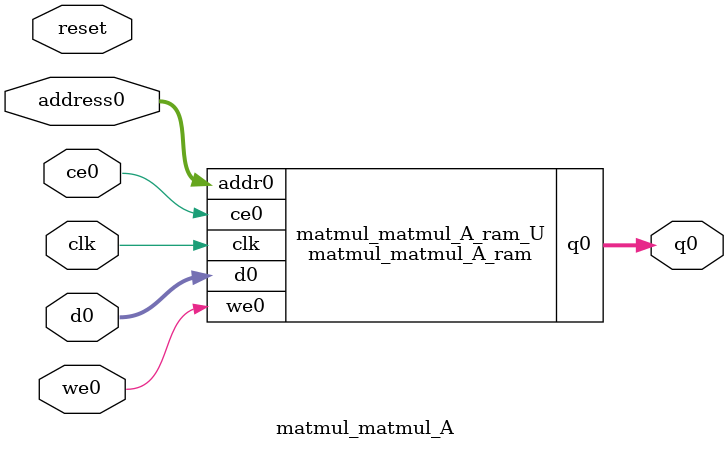
<source format=v>
`timescale 1 ns / 1 ps
module matmul_matmul_A_ram (addr0, ce0, d0, we0, q0,  clk);

parameter DWIDTH = 32;
parameter AWIDTH = 8;
parameter MEM_SIZE = 256;

input[AWIDTH-1:0] addr0;
input ce0;
input[DWIDTH-1:0] d0;
input we0;
output reg[DWIDTH-1:0] q0;
input clk;

(* ram_style = "block" *)reg [DWIDTH-1:0] ram[0:MEM_SIZE-1];




always @(posedge clk)  
begin 
    if (ce0) begin
        if (we0) 
            ram[addr0] <= d0; 
        q0 <= ram[addr0];
    end
end


endmodule

`timescale 1 ns / 1 ps
module matmul_matmul_A(
    reset,
    clk,
    address0,
    ce0,
    we0,
    d0,
    q0);

parameter DataWidth = 32'd32;
parameter AddressRange = 32'd256;
parameter AddressWidth = 32'd8;
input reset;
input clk;
input[AddressWidth - 1:0] address0;
input ce0;
input we0;
input[DataWidth - 1:0] d0;
output[DataWidth - 1:0] q0;



matmul_matmul_A_ram matmul_matmul_A_ram_U(
    .clk( clk ),
    .addr0( address0 ),
    .ce0( ce0 ),
    .we0( we0 ),
    .d0( d0 ),
    .q0( q0 ));

endmodule


</source>
